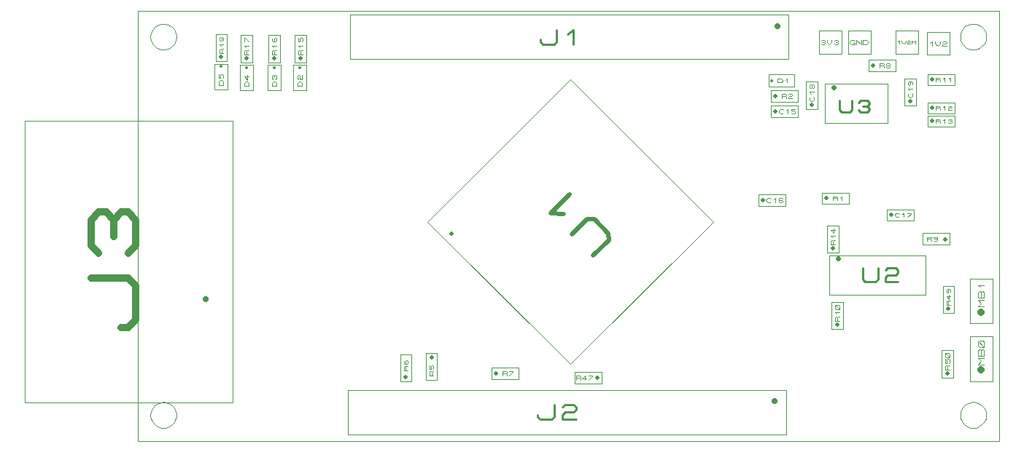
<source format=gbr>
G04 PROTEUS GERBER X2 FILE*
%TF.GenerationSoftware,Labcenter,Proteus,8.16-SP3-Build36097*%
%TF.CreationDate,2025-11-07T09:35:32+00:00*%
%TF.FileFunction,AssemblyDrawing,Top*%
%TF.FilePolarity,Positive*%
%TF.Part,Single*%
%TF.SameCoordinates,{b300ba1a-dc7e-4a19-be50-5429eaf46598}*%
%FSLAX45Y45*%
%MOMM*%
G01*
%TA.AperFunction,Profile*%
%ADD25C,0.101600*%
%TA.AperFunction,Material*%
%ADD72C,0.100000*%
%ADD55C,0.660000*%
%ADD56C,0.853300*%
%ADD73C,0.101600*%
%ADD57C,0.508000*%
%ADD58C,0.076200*%
%ADD59C,0.711200*%
%ADD60C,0.284480*%
%ADD61C,0.355600*%
%ADD62C,0.079580*%
%ADD63C,0.050000*%
%ADD64C,0.503460*%
%ADD65C,0.518390*%
%ADD66C,0.571500*%
%ADD67C,0.258870*%
%ADD68C,0.812800*%
%ADD69C,0.111760*%
%ADD74C,0.084660*%
%ADD75C,0.063500*%
%ADD76C,0.221060*%
%TD.AperFunction*%
D25*
X-18000Y-3000D02*
X+9982000Y-3000D01*
X+9982000Y+4997000D01*
X-18000Y+4997000D01*
X-18000Y-3000D01*
X+9832000Y+4697000D02*
X+9831498Y+4709258D01*
X+9827422Y+4733775D01*
X+9818906Y+4758292D01*
X+9805032Y+4782809D01*
X+9783806Y+4807161D01*
X+9759289Y+4825555D01*
X+9734772Y+4837411D01*
X+9710255Y+4844315D01*
X+9685738Y+4846953D01*
X+9682000Y+4847000D01*
X+9532000Y+4697000D02*
X+9532502Y+4709258D01*
X+9536578Y+4733775D01*
X+9545094Y+4758292D01*
X+9558968Y+4782809D01*
X+9580194Y+4807161D01*
X+9604711Y+4825555D01*
X+9629228Y+4837411D01*
X+9653745Y+4844315D01*
X+9678262Y+4846953D01*
X+9682000Y+4847000D01*
X+9532000Y+4697000D02*
X+9532502Y+4684742D01*
X+9536578Y+4660225D01*
X+9545094Y+4635708D01*
X+9558968Y+4611191D01*
X+9580194Y+4586839D01*
X+9604711Y+4568445D01*
X+9629228Y+4556589D01*
X+9653745Y+4549685D01*
X+9678262Y+4547047D01*
X+9682000Y+4547000D01*
X+9832000Y+4697000D02*
X+9831498Y+4684742D01*
X+9827422Y+4660225D01*
X+9818906Y+4635708D01*
X+9805032Y+4611191D01*
X+9783806Y+4586839D01*
X+9759289Y+4568445D01*
X+9734772Y+4556589D01*
X+9710255Y+4549685D01*
X+9685738Y+4547047D01*
X+9682000Y+4547000D01*
X+9832000Y+297000D02*
X+9831498Y+309258D01*
X+9827422Y+333775D01*
X+9818906Y+358292D01*
X+9805032Y+382809D01*
X+9783806Y+407161D01*
X+9759289Y+425555D01*
X+9734772Y+437411D01*
X+9710255Y+444315D01*
X+9685738Y+446953D01*
X+9682000Y+447000D01*
X+9532000Y+297000D02*
X+9532502Y+309258D01*
X+9536578Y+333775D01*
X+9545094Y+358292D01*
X+9558968Y+382809D01*
X+9580194Y+407161D01*
X+9604711Y+425555D01*
X+9629228Y+437411D01*
X+9653745Y+444315D01*
X+9678262Y+446953D01*
X+9682000Y+447000D01*
X+9532000Y+297000D02*
X+9532502Y+284742D01*
X+9536578Y+260225D01*
X+9545094Y+235708D01*
X+9558968Y+211191D01*
X+9580194Y+186839D01*
X+9604711Y+168445D01*
X+9629228Y+156589D01*
X+9653745Y+149685D01*
X+9678262Y+147047D01*
X+9682000Y+147000D01*
X+9832000Y+297000D02*
X+9831498Y+284742D01*
X+9827422Y+260225D01*
X+9818906Y+235708D01*
X+9805032Y+211191D01*
X+9783806Y+186839D01*
X+9759289Y+168445D01*
X+9734772Y+156589D01*
X+9710255Y+149685D01*
X+9685738Y+147047D01*
X+9682000Y+147000D01*
X+432000Y+297000D02*
X+431498Y+309258D01*
X+427422Y+333775D01*
X+418906Y+358292D01*
X+405032Y+382809D01*
X+383806Y+407161D01*
X+359289Y+425555D01*
X+334772Y+437411D01*
X+310255Y+444315D01*
X+285738Y+446953D01*
X+282000Y+447000D01*
X+132000Y+297000D02*
X+132502Y+309258D01*
X+136578Y+333775D01*
X+145094Y+358292D01*
X+158968Y+382809D01*
X+180194Y+407161D01*
X+204711Y+425555D01*
X+229228Y+437411D01*
X+253745Y+444315D01*
X+278262Y+446953D01*
X+282000Y+447000D01*
X+132000Y+297000D02*
X+132502Y+284742D01*
X+136578Y+260225D01*
X+145094Y+235708D01*
X+158968Y+211191D01*
X+180194Y+186839D01*
X+204711Y+168445D01*
X+229228Y+156589D01*
X+253745Y+149685D01*
X+278262Y+147047D01*
X+282000Y+147000D01*
X+432000Y+297000D02*
X+431498Y+284742D01*
X+427422Y+260225D01*
X+418906Y+235708D01*
X+405032Y+211191D01*
X+383806Y+186839D01*
X+359289Y+168445D01*
X+334772Y+156589D01*
X+310255Y+149685D01*
X+285738Y+147047D01*
X+282000Y+147000D01*
X+432000Y+4697000D02*
X+431498Y+4709258D01*
X+427422Y+4733775D01*
X+418906Y+4758292D01*
X+405032Y+4782809D01*
X+383806Y+4807161D01*
X+359289Y+4825555D01*
X+334772Y+4837411D01*
X+310255Y+4844315D01*
X+285738Y+4846953D01*
X+282000Y+4847000D01*
X+132000Y+4697000D02*
X+132502Y+4709258D01*
X+136578Y+4733775D01*
X+145094Y+4758292D01*
X+158968Y+4782809D01*
X+180194Y+4807161D01*
X+204711Y+4825555D01*
X+229228Y+4837411D01*
X+253745Y+4844315D01*
X+278262Y+4846953D01*
X+282000Y+4847000D01*
X+132000Y+4697000D02*
X+132502Y+4684742D01*
X+136578Y+4660225D01*
X+145094Y+4635708D01*
X+158968Y+4611191D01*
X+180194Y+4586839D01*
X+204711Y+4568445D01*
X+229228Y+4556589D01*
X+253745Y+4549685D01*
X+278262Y+4547047D01*
X+282000Y+4547000D01*
X+432000Y+4697000D02*
X+431498Y+4684742D01*
X+427422Y+4660225D01*
X+418906Y+4635708D01*
X+405032Y+4611191D01*
X+383806Y+4586839D01*
X+359289Y+4568445D01*
X+334772Y+4556589D01*
X+310255Y+4549685D01*
X+285738Y+4547047D01*
X+282000Y+4547000D01*
D72*
X-1327600Y+440000D02*
X+1082400Y+440000D01*
X+1082400Y+3722000D01*
X-1327600Y+3722000D01*
X-1327600Y+440000D01*
D55*
X+769400Y+1648000D02*
X+769400Y+1648000D01*
D56*
X-212770Y+1313030D02*
X-127440Y+1313030D01*
X-42110Y+1409026D01*
X-42110Y+1793011D01*
X-127440Y+1889007D01*
X-554090Y+1889007D01*
X-468760Y+2176996D02*
X-554090Y+2272992D01*
X-554090Y+2560981D01*
X-468760Y+2656977D01*
X-383430Y+2656977D01*
X-298100Y+2560981D01*
X-212770Y+2656977D01*
X-127440Y+2656977D01*
X-42110Y+2560981D01*
X-42110Y+2272992D01*
X-127440Y+2176996D01*
X-298100Y+2368988D02*
X-298100Y+2560981D01*
D73*
X+889400Y+4411900D02*
X+1021480Y+4411900D01*
X+1021480Y+4726860D01*
X+889400Y+4726860D01*
X+889400Y+4411900D01*
D57*
X+952900Y+4462700D02*
X+952900Y+4462700D01*
D58*
X+978300Y+4504610D02*
X+932580Y+4504610D01*
X+932580Y+4547472D01*
X+940200Y+4556045D01*
X+947820Y+4556045D01*
X+955440Y+4547472D01*
X+955440Y+4504610D01*
X+955440Y+4547472D02*
X+963060Y+4556045D01*
X+978300Y+4556045D01*
X+947820Y+4590335D02*
X+932580Y+4607480D01*
X+978300Y+4607480D01*
X+955440Y+4658915D02*
X+947820Y+4650342D01*
X+940200Y+4650342D01*
X+932580Y+4658915D01*
X+932580Y+4684632D01*
X+940200Y+4693205D01*
X+947820Y+4693205D01*
X+955440Y+4684632D01*
X+955440Y+4658915D01*
X+963060Y+4650342D01*
X+970680Y+4650342D01*
X+978300Y+4658915D01*
X+978300Y+4684632D01*
X+970680Y+4693205D01*
X+963060Y+4693205D01*
X+955440Y+4684632D01*
D73*
X+2449920Y+4436920D02*
X+7540080Y+4436920D01*
X+7540080Y+4955080D01*
X+2449920Y+4955080D01*
X+2449920Y+4436920D01*
D59*
X+7408000Y+4823000D02*
X+7408000Y+4823000D01*
D60*
X+4655148Y+4667552D02*
X+4655148Y+4639104D01*
X+4687152Y+4610656D01*
X+4815168Y+4610656D01*
X+4847172Y+4639104D01*
X+4847172Y+4781344D01*
X+4975188Y+4724448D02*
X+5039196Y+4781344D01*
X+5039196Y+4610656D01*
D73*
X+1806500Y+4399200D02*
X+1938580Y+4399200D01*
X+1938580Y+4714160D01*
X+1806500Y+4714160D01*
X+1806500Y+4399200D01*
D57*
X+1870000Y+4450000D02*
X+1870000Y+4450000D01*
D58*
X+1895400Y+4491910D02*
X+1849680Y+4491910D01*
X+1849680Y+4534772D01*
X+1857300Y+4543345D01*
X+1864920Y+4543345D01*
X+1872540Y+4534772D01*
X+1872540Y+4491910D01*
X+1872540Y+4534772D02*
X+1880160Y+4543345D01*
X+1895400Y+4543345D01*
X+1864920Y+4577635D02*
X+1849680Y+4594780D01*
X+1895400Y+4594780D01*
X+1849680Y+4680505D02*
X+1849680Y+4637642D01*
X+1864920Y+4637642D01*
X+1864920Y+4671932D01*
X+1872540Y+4680505D01*
X+1887780Y+4680505D01*
X+1895400Y+4671932D01*
X+1895400Y+4646215D01*
X+1887780Y+4637642D01*
D73*
X+1501700Y+4399200D02*
X+1633780Y+4399200D01*
X+1633780Y+4714160D01*
X+1501700Y+4714160D01*
X+1501700Y+4399200D01*
D57*
X+1565200Y+4450000D02*
X+1565200Y+4450000D01*
D58*
X+1590600Y+4491910D02*
X+1544880Y+4491910D01*
X+1544880Y+4534772D01*
X+1552500Y+4543345D01*
X+1560120Y+4543345D01*
X+1567740Y+4534772D01*
X+1567740Y+4491910D01*
X+1567740Y+4534772D02*
X+1575360Y+4543345D01*
X+1590600Y+4543345D01*
X+1560120Y+4577635D02*
X+1544880Y+4594780D01*
X+1590600Y+4594780D01*
X+1552500Y+4680505D02*
X+1544880Y+4671932D01*
X+1544880Y+4646215D01*
X+1552500Y+4637642D01*
X+1582980Y+4637642D01*
X+1590600Y+4646215D01*
X+1590600Y+4671932D01*
X+1582980Y+4680505D01*
X+1575360Y+4680505D01*
X+1567740Y+4671932D01*
X+1567740Y+4637642D01*
D73*
X+1181500Y+4399200D02*
X+1313580Y+4399200D01*
X+1313580Y+4714160D01*
X+1181500Y+4714160D01*
X+1181500Y+4399200D01*
D57*
X+1245000Y+4450000D02*
X+1245000Y+4450000D01*
D58*
X+1270400Y+4491910D02*
X+1224680Y+4491910D01*
X+1224680Y+4534772D01*
X+1232300Y+4543345D01*
X+1239920Y+4543345D01*
X+1247540Y+4534772D01*
X+1247540Y+4491910D01*
X+1247540Y+4534772D02*
X+1255160Y+4543345D01*
X+1270400Y+4543345D01*
X+1239920Y+4577635D02*
X+1224680Y+4594780D01*
X+1270400Y+4594780D01*
X+1224680Y+4637642D02*
X+1224680Y+4680505D01*
X+1232300Y+4680505D01*
X+1270400Y+4637642D01*
D73*
X+874920Y+4083300D02*
X+1025080Y+4083300D01*
X+1025080Y+4381750D01*
X+874920Y+4381750D01*
X+874920Y+4083300D01*
D61*
X+950000Y+4350000D02*
X+950000Y+4350000D01*
D62*
X+973876Y+4136133D02*
X+926125Y+4136133D01*
X+926125Y+4171946D01*
X+942042Y+4189853D01*
X+957959Y+4189853D01*
X+973876Y+4171946D01*
X+973876Y+4136133D01*
X+926125Y+4261480D02*
X+926125Y+4216713D01*
X+942042Y+4216713D01*
X+942042Y+4252526D01*
X+950000Y+4261480D01*
X+965918Y+4261480D01*
X+973876Y+4252526D01*
X+973876Y+4225666D01*
X+965918Y+4216713D01*
D73*
X+1172920Y+4072250D02*
X+1323080Y+4072250D01*
X+1323080Y+4370700D01*
X+1172920Y+4370700D01*
X+1172920Y+4072250D01*
D61*
X+1248000Y+4338950D02*
X+1248000Y+4338950D01*
D62*
X+1271876Y+4125083D02*
X+1224125Y+4125083D01*
X+1224125Y+4160896D01*
X+1240042Y+4178803D01*
X+1255959Y+4178803D01*
X+1271876Y+4160896D01*
X+1271876Y+4125083D01*
X+1255959Y+4250430D02*
X+1255959Y+4196710D01*
X+1224125Y+4232523D01*
X+1271876Y+4232523D01*
D73*
X+1492720Y+4072250D02*
X+1642880Y+4072250D01*
X+1642880Y+4370700D01*
X+1492720Y+4370700D01*
X+1492720Y+4072250D01*
D61*
X+1567800Y+4338950D02*
X+1567800Y+4338950D01*
D62*
X+1591676Y+4125083D02*
X+1543925Y+4125083D01*
X+1543925Y+4160896D01*
X+1559842Y+4178803D01*
X+1575759Y+4178803D01*
X+1591676Y+4160896D01*
X+1591676Y+4125083D01*
X+1551883Y+4205663D02*
X+1543925Y+4214616D01*
X+1543925Y+4241476D01*
X+1551883Y+4250430D01*
X+1559842Y+4250430D01*
X+1567800Y+4241476D01*
X+1575759Y+4250430D01*
X+1583718Y+4250430D01*
X+1591676Y+4241476D01*
X+1591676Y+4214616D01*
X+1583718Y+4205663D01*
X+1567800Y+4223570D02*
X+1567800Y+4241476D01*
D73*
X+1787920Y+4072250D02*
X+1938080Y+4072250D01*
X+1938080Y+4370700D01*
X+1787920Y+4370700D01*
X+1787920Y+4072250D01*
D61*
X+1863000Y+4338950D02*
X+1863000Y+4338950D01*
D62*
X+1886876Y+4125083D02*
X+1839125Y+4125083D01*
X+1839125Y+4160896D01*
X+1855042Y+4178803D01*
X+1870959Y+4178803D01*
X+1886876Y+4160896D01*
X+1886876Y+4125083D01*
X+1847083Y+4205663D02*
X+1839125Y+4214616D01*
X+1839125Y+4241476D01*
X+1847083Y+4250430D01*
X+1855042Y+4250430D01*
X+1863000Y+4241476D01*
X+1863000Y+4214616D01*
X+1870959Y+4205663D01*
X+1886876Y+4205663D01*
X+1886876Y+4250430D01*
D63*
X+5003580Y+887162D02*
X+6661038Y+2544620D01*
X+5003580Y+4202079D01*
X+3346122Y+2544620D01*
X+5003580Y+887162D01*
D64*
X+3625429Y+2403906D02*
X+3625429Y+2403906D01*
D65*
X+5267945Y+2149182D02*
X+5451224Y+2332461D01*
X+5446643Y+2410354D01*
X+5281691Y+2575305D01*
X+5203798Y+2579887D01*
X+5020519Y+2396608D01*
X+4928881Y+2634870D02*
X+4773094Y+2644034D01*
X+4993028Y+2863968D01*
D73*
X+3030000Y+685340D02*
X+3162080Y+685340D01*
X+3162080Y+1000300D01*
X+3030000Y+1000300D01*
X+3030000Y+685340D01*
D57*
X+3093500Y+736140D02*
X+3093500Y+736140D01*
D58*
X+3118900Y+812340D02*
X+3073180Y+812340D01*
X+3073180Y+855202D01*
X+3080800Y+863775D01*
X+3088420Y+863775D01*
X+3096040Y+855202D01*
X+3096040Y+812340D01*
X+3096040Y+855202D02*
X+3103660Y+863775D01*
X+3118900Y+863775D01*
X+3080800Y+932355D02*
X+3073180Y+923782D01*
X+3073180Y+898065D01*
X+3080800Y+889492D01*
X+3111280Y+889492D01*
X+3118900Y+898065D01*
X+3118900Y+923782D01*
X+3111280Y+932355D01*
X+3103660Y+932355D01*
X+3096040Y+923782D01*
X+3096040Y+889492D01*
D73*
X+3327720Y+702325D02*
X+3459800Y+702325D01*
X+3459800Y+1017285D01*
X+3327720Y+1017285D01*
X+3327720Y+702325D01*
D57*
X+3396300Y+966485D02*
X+3396300Y+966485D01*
D58*
X+3416620Y+753125D02*
X+3370900Y+753125D01*
X+3370900Y+795987D01*
X+3378520Y+804560D01*
X+3386140Y+804560D01*
X+3393760Y+795987D01*
X+3393760Y+753125D01*
X+3393760Y+795987D02*
X+3401380Y+804560D01*
X+3416620Y+804560D01*
X+3370900Y+873140D02*
X+3370900Y+830277D01*
X+3386140Y+830277D01*
X+3386140Y+864567D01*
X+3393760Y+873140D01*
X+3409000Y+873140D01*
X+3416620Y+864567D01*
X+3416620Y+838850D01*
X+3409000Y+830277D01*
D73*
X+4087300Y+715820D02*
X+4402260Y+715820D01*
X+4402260Y+847900D01*
X+4087300Y+847900D01*
X+4087300Y+715820D01*
D57*
X+4138100Y+784400D02*
X+4138100Y+784400D01*
D58*
X+4214300Y+759000D02*
X+4214300Y+804720D01*
X+4257162Y+804720D01*
X+4265735Y+797100D01*
X+4265735Y+789480D01*
X+4257162Y+781860D01*
X+4214300Y+781860D01*
X+4257162Y+781860D02*
X+4265735Y+774240D01*
X+4265735Y+759000D01*
X+4291452Y+804720D02*
X+4334315Y+804720D01*
X+4334315Y+797100D01*
X+4291452Y+759000D01*
D73*
X+5055740Y+662900D02*
X+5370700Y+662900D01*
X+5370700Y+794980D01*
X+5055740Y+794980D01*
X+5055740Y+662900D01*
D57*
X+5319900Y+726400D02*
X+5319900Y+726400D01*
D58*
X+5072250Y+706080D02*
X+5072250Y+751800D01*
X+5115112Y+751800D01*
X+5123685Y+744180D01*
X+5123685Y+736560D01*
X+5115112Y+728940D01*
X+5072250Y+728940D01*
X+5115112Y+728940D02*
X+5123685Y+721320D01*
X+5123685Y+706080D01*
X+5192265Y+721320D02*
X+5140830Y+721320D01*
X+5175120Y+751800D01*
X+5175120Y+706080D01*
X+5217982Y+751800D02*
X+5260845Y+751800D01*
X+5260845Y+744180D01*
X+5217982Y+706080D01*
D73*
X+8008400Y+1698800D02*
X+9126000Y+1698800D01*
X+9126000Y+2156000D01*
X+8008400Y+2156000D01*
X+8008400Y+1698800D01*
D66*
X+8110000Y+2117900D02*
X+8110000Y+2117900D01*
D67*
X+8399299Y+2005062D02*
X+8399299Y+1875624D01*
X+8428422Y+1849737D01*
X+8544916Y+1849737D01*
X+8574040Y+1875624D01*
X+8574040Y+2005062D01*
X+8661410Y+1979175D02*
X+8690534Y+2005062D01*
X+8777904Y+2005062D01*
X+8807028Y+1979175D01*
X+8807028Y+1953287D01*
X+8777904Y+1927400D01*
X+8690534Y+1927400D01*
X+8661410Y+1901512D01*
X+8661410Y+1849737D01*
X+8807028Y+1849737D01*
D73*
X+7185840Y+2731420D02*
X+7500800Y+2731420D01*
X+7500800Y+2863500D01*
X+7185840Y+2863500D01*
X+7185840Y+2731420D01*
D57*
X+7236640Y+2800000D02*
X+7236640Y+2800000D01*
D58*
X+7329985Y+2782220D02*
X+7321412Y+2774600D01*
X+7295695Y+2774600D01*
X+7278550Y+2789840D01*
X+7278550Y+2805080D01*
X+7295695Y+2820320D01*
X+7321412Y+2820320D01*
X+7329985Y+2812700D01*
X+7364275Y+2805080D02*
X+7381420Y+2820320D01*
X+7381420Y+2774600D01*
X+7467145Y+2812700D02*
X+7458572Y+2820320D01*
X+7432855Y+2820320D01*
X+7424282Y+2812700D01*
X+7424282Y+2782220D01*
X+7432855Y+2774600D01*
X+7458572Y+2774600D01*
X+7467145Y+2782220D01*
X+7467145Y+2789840D01*
X+7458572Y+2797460D01*
X+7424282Y+2797460D01*
D73*
X+8036500Y+1299200D02*
X+8168580Y+1299200D01*
X+8168580Y+1614160D01*
X+8036500Y+1614160D01*
X+8036500Y+1299200D01*
D57*
X+8100000Y+1350000D02*
X+8100000Y+1350000D01*
D58*
X+8125400Y+1391910D02*
X+8079680Y+1391910D01*
X+8079680Y+1434772D01*
X+8087300Y+1443345D01*
X+8094920Y+1443345D01*
X+8102540Y+1434772D01*
X+8102540Y+1391910D01*
X+8102540Y+1434772D02*
X+8110160Y+1443345D01*
X+8125400Y+1443345D01*
X+8094920Y+1477635D02*
X+8079680Y+1494780D01*
X+8125400Y+1494780D01*
X+8117780Y+1529070D02*
X+8087300Y+1529070D01*
X+8079680Y+1537642D01*
X+8079680Y+1571932D01*
X+8087300Y+1580505D01*
X+8117780Y+1580505D01*
X+8125400Y+1571932D01*
X+8125400Y+1537642D01*
X+8117780Y+1529070D01*
X+8125400Y+1529070D02*
X+8079680Y+1580505D01*
D73*
X+7986500Y+2185840D02*
X+8118580Y+2185840D01*
X+8118580Y+2500800D01*
X+7986500Y+2500800D01*
X+7986500Y+2185840D01*
D57*
X+8050000Y+2236640D02*
X+8050000Y+2236640D01*
D58*
X+8075400Y+2278550D02*
X+8029680Y+2278550D01*
X+8029680Y+2321412D01*
X+8037300Y+2329985D01*
X+8044920Y+2329985D01*
X+8052540Y+2321412D01*
X+8052540Y+2278550D01*
X+8052540Y+2321412D02*
X+8060160Y+2329985D01*
X+8075400Y+2329985D01*
X+8044920Y+2364275D02*
X+8029680Y+2381420D01*
X+8075400Y+2381420D01*
X+8060160Y+2467145D02*
X+8060160Y+2415710D01*
X+8029680Y+2450000D01*
X+8075400Y+2450000D01*
D73*
X+9641620Y+690420D02*
X+9905780Y+690420D01*
X+9905780Y+1208580D01*
X+9641620Y+1208580D01*
X+9641620Y+690420D01*
D68*
X+9773700Y+822500D02*
X+9773700Y+822500D01*
D69*
X+9807228Y+884984D02*
X+9740172Y+884984D01*
X+9773700Y+922703D01*
X+9740172Y+960422D01*
X+9807228Y+960422D01*
X+9807228Y+985568D02*
X+9740172Y+985568D01*
X+9740172Y+1048433D01*
X+9751348Y+1061006D01*
X+9762524Y+1061006D01*
X+9773700Y+1048433D01*
X+9784876Y+1061006D01*
X+9796052Y+1061006D01*
X+9807228Y+1048433D01*
X+9807228Y+985568D01*
X+9773700Y+985568D02*
X+9773700Y+1048433D01*
X+9796052Y+1086152D02*
X+9751348Y+1086152D01*
X+9740172Y+1098725D01*
X+9740172Y+1149017D01*
X+9751348Y+1161590D01*
X+9796052Y+1161590D01*
X+9807228Y+1149017D01*
X+9807228Y+1098725D01*
X+9796052Y+1086152D01*
X+9807228Y+1086152D02*
X+9740172Y+1161590D01*
D73*
X+9641620Y+1363520D02*
X+9905780Y+1363520D01*
X+9905780Y+1881680D01*
X+9641620Y+1881680D01*
X+9641620Y+1363520D01*
D68*
X+9773700Y+1495600D02*
X+9773700Y+1495600D01*
D69*
X+9807228Y+1558084D02*
X+9740172Y+1558084D01*
X+9773700Y+1595803D01*
X+9740172Y+1633522D01*
X+9807228Y+1633522D01*
X+9807228Y+1658668D02*
X+9740172Y+1658668D01*
X+9740172Y+1721533D01*
X+9751348Y+1734106D01*
X+9762524Y+1734106D01*
X+9773700Y+1721533D01*
X+9784876Y+1734106D01*
X+9796052Y+1734106D01*
X+9807228Y+1721533D01*
X+9807228Y+1658668D01*
X+9773700Y+1658668D02*
X+9773700Y+1721533D01*
X+9762524Y+1784398D02*
X+9740172Y+1809544D01*
X+9807228Y+1809544D01*
D73*
X+9316500Y+733600D02*
X+9448580Y+733600D01*
X+9448580Y+1048560D01*
X+9316500Y+1048560D01*
X+9316500Y+733600D01*
D57*
X+9380000Y+784400D02*
X+9380000Y+784400D01*
D58*
X+9405400Y+826310D02*
X+9359680Y+826310D01*
X+9359680Y+869172D01*
X+9367300Y+877745D01*
X+9374920Y+877745D01*
X+9382540Y+869172D01*
X+9382540Y+826310D01*
X+9382540Y+869172D02*
X+9390160Y+877745D01*
X+9405400Y+877745D01*
X+9359680Y+946325D02*
X+9359680Y+903462D01*
X+9374920Y+903462D01*
X+9374920Y+937752D01*
X+9382540Y+946325D01*
X+9397780Y+946325D01*
X+9405400Y+937752D01*
X+9405400Y+912035D01*
X+9397780Y+903462D01*
X+9397780Y+963470D02*
X+9367300Y+963470D01*
X+9359680Y+972042D01*
X+9359680Y+1006332D01*
X+9367300Y+1014905D01*
X+9397780Y+1014905D01*
X+9405400Y+1006332D01*
X+9405400Y+972042D01*
X+9397780Y+963470D01*
X+9405400Y+963470D02*
X+9359680Y+1014905D01*
D73*
X+9329200Y+1482900D02*
X+9461280Y+1482900D01*
X+9461280Y+1797860D01*
X+9329200Y+1797860D01*
X+9329200Y+1482900D01*
D57*
X+9392700Y+1533700D02*
X+9392700Y+1533700D01*
D58*
X+9418100Y+1575610D02*
X+9372380Y+1575610D01*
X+9372380Y+1618472D01*
X+9380000Y+1627045D01*
X+9387620Y+1627045D01*
X+9395240Y+1618472D01*
X+9395240Y+1575610D01*
X+9395240Y+1618472D02*
X+9402860Y+1627045D01*
X+9418100Y+1627045D01*
X+9402860Y+1695625D02*
X+9402860Y+1644190D01*
X+9372380Y+1678480D01*
X+9418100Y+1678480D01*
X+9387620Y+1764205D02*
X+9395240Y+1755632D01*
X+9395240Y+1729915D01*
X+9387620Y+1721342D01*
X+9380000Y+1721342D01*
X+9372380Y+1729915D01*
X+9372380Y+1755632D01*
X+9380000Y+1764205D01*
X+9410480Y+1764205D01*
X+9418100Y+1755632D01*
X+9418100Y+1729915D01*
D73*
X+7889020Y+4500420D02*
X+8153180Y+4500420D01*
X+8153180Y+4764580D01*
X+7889020Y+4764580D01*
X+7889020Y+4500420D01*
D74*
X+7916326Y+4649433D02*
X+7925851Y+4657899D01*
X+7954426Y+4657899D01*
X+7963951Y+4649433D01*
X+7963951Y+4640966D01*
X+7954426Y+4632500D01*
X+7963951Y+4624033D01*
X+7963951Y+4615566D01*
X+7954426Y+4607100D01*
X+7925851Y+4607100D01*
X+7916326Y+4615566D01*
X+7935376Y+4632500D02*
X+7954426Y+4632500D01*
X+7983001Y+4657899D02*
X+7983001Y+4632500D01*
X+8011575Y+4607100D01*
X+8040150Y+4632500D01*
X+8040150Y+4657899D01*
X+8068724Y+4649433D02*
X+8078249Y+4657899D01*
X+8106824Y+4657899D01*
X+8116349Y+4649433D01*
X+8116349Y+4640966D01*
X+8106824Y+4632500D01*
X+8116349Y+4624033D01*
X+8116349Y+4615566D01*
X+8106824Y+4607100D01*
X+8078249Y+4607100D01*
X+8068724Y+4615566D01*
X+8087774Y+4632500D02*
X+8106824Y+4632500D01*
D73*
X+8231920Y+4500420D02*
X+8496080Y+4500420D01*
X+8496080Y+4764580D01*
X+8231920Y+4764580D01*
X+8231920Y+4500420D01*
D74*
X+8287801Y+4624033D02*
X+8306851Y+4624033D01*
X+8306851Y+4607100D01*
X+8268751Y+4607100D01*
X+8249702Y+4624033D01*
X+8249702Y+4640966D01*
X+8268751Y+4657899D01*
X+8297326Y+4657899D01*
X+8306851Y+4649433D01*
X+8325901Y+4607100D02*
X+8325901Y+4657899D01*
X+8383050Y+4607100D01*
X+8383050Y+4657899D01*
X+8402100Y+4607100D02*
X+8402100Y+4657899D01*
X+8440199Y+4657899D01*
X+8459249Y+4640966D01*
X+8459249Y+4624033D01*
X+8440199Y+4607100D01*
X+8402100Y+4607100D01*
D73*
X+8778020Y+4500420D02*
X+9042180Y+4500420D01*
X+9042180Y+4764580D01*
X+8778020Y+4764580D01*
X+8778020Y+4500420D01*
D75*
X+8810087Y+4638850D02*
X+8824375Y+4651550D01*
X+8824375Y+4613450D01*
X+8852950Y+4651550D02*
X+8852950Y+4632500D01*
X+8874381Y+4613450D01*
X+8895812Y+4632500D01*
X+8895812Y+4651550D01*
X+8917243Y+4645200D02*
X+8924387Y+4651550D01*
X+8945818Y+4651550D01*
X+8952962Y+4645200D01*
X+8952962Y+4638850D01*
X+8945818Y+4632500D01*
X+8924387Y+4632500D01*
X+8917243Y+4626150D01*
X+8917243Y+4613450D01*
X+8952962Y+4613450D01*
X+8967250Y+4613450D02*
X+8967250Y+4651550D01*
X+8988681Y+4632500D01*
X+9010112Y+4651550D01*
X+9010112Y+4613450D01*
D73*
X+9146320Y+4487720D02*
X+9410480Y+4487720D01*
X+9410480Y+4751880D01*
X+9146320Y+4751880D01*
X+9146320Y+4487720D01*
D74*
X+9183151Y+4628266D02*
X+9202201Y+4645199D01*
X+9202201Y+4594400D01*
X+9240301Y+4645199D02*
X+9240301Y+4619800D01*
X+9268875Y+4594400D01*
X+9297450Y+4619800D01*
X+9297450Y+4645199D01*
X+9326024Y+4636733D02*
X+9335549Y+4645199D01*
X+9364124Y+4645199D01*
X+9373649Y+4636733D01*
X+9373649Y+4628266D01*
X+9364124Y+4619800D01*
X+9335549Y+4619800D01*
X+9326024Y+4611333D01*
X+9326024Y+4594400D01*
X+9373649Y+4594400D01*
D73*
X+8465600Y+4297220D02*
X+8780560Y+4297220D01*
X+8780560Y+4429300D01*
X+8465600Y+4429300D01*
X+8465600Y+4297220D01*
D57*
X+8516400Y+4365800D02*
X+8516400Y+4365800D01*
D58*
X+8592600Y+4340400D02*
X+8592600Y+4386120D01*
X+8635462Y+4386120D01*
X+8644035Y+4378500D01*
X+8644035Y+4370880D01*
X+8635462Y+4363260D01*
X+8592600Y+4363260D01*
X+8635462Y+4363260D02*
X+8644035Y+4355640D01*
X+8644035Y+4340400D01*
X+8678325Y+4363260D02*
X+8669752Y+4370880D01*
X+8669752Y+4378500D01*
X+8678325Y+4386120D01*
X+8704042Y+4386120D01*
X+8712615Y+4378500D01*
X+8712615Y+4370880D01*
X+8704042Y+4363260D01*
X+8678325Y+4363260D01*
X+8669752Y+4355640D01*
X+8669752Y+4348020D01*
X+8678325Y+4340400D01*
X+8704042Y+4340400D01*
X+8712615Y+4348020D01*
X+8712615Y+4355640D01*
X+8704042Y+4363260D01*
D73*
X+9151400Y+4132120D02*
X+9466360Y+4132120D01*
X+9466360Y+4264200D01*
X+9151400Y+4264200D01*
X+9151400Y+4132120D01*
D57*
X+9202200Y+4200700D02*
X+9202200Y+4200700D01*
D58*
X+9244110Y+4175300D02*
X+9244110Y+4221020D01*
X+9286972Y+4221020D01*
X+9295545Y+4213400D01*
X+9295545Y+4205780D01*
X+9286972Y+4198160D01*
X+9244110Y+4198160D01*
X+9286972Y+4198160D02*
X+9295545Y+4190540D01*
X+9295545Y+4175300D01*
X+9329835Y+4205780D02*
X+9346980Y+4221020D01*
X+9346980Y+4175300D01*
X+9398415Y+4205780D02*
X+9415560Y+4221020D01*
X+9415560Y+4175300D01*
D73*
X+9151400Y+3801920D02*
X+9466360Y+3801920D01*
X+9466360Y+3934000D01*
X+9151400Y+3934000D01*
X+9151400Y+3801920D01*
D57*
X+9202200Y+3870500D02*
X+9202200Y+3870500D01*
D58*
X+9244110Y+3845100D02*
X+9244110Y+3890820D01*
X+9286972Y+3890820D01*
X+9295545Y+3883200D01*
X+9295545Y+3875580D01*
X+9286972Y+3867960D01*
X+9244110Y+3867960D01*
X+9286972Y+3867960D02*
X+9295545Y+3860340D01*
X+9295545Y+3845100D01*
X+9329835Y+3875580D02*
X+9346980Y+3890820D01*
X+9346980Y+3845100D01*
X+9389842Y+3883200D02*
X+9398415Y+3890820D01*
X+9424132Y+3890820D01*
X+9432705Y+3883200D01*
X+9432705Y+3875580D01*
X+9424132Y+3867960D01*
X+9398415Y+3867960D01*
X+9389842Y+3860340D01*
X+9389842Y+3845100D01*
X+9432705Y+3845100D01*
D73*
X+9151400Y+3649520D02*
X+9466360Y+3649520D01*
X+9466360Y+3781600D01*
X+9151400Y+3781600D01*
X+9151400Y+3649520D01*
D57*
X+9202200Y+3718100D02*
X+9202200Y+3718100D01*
D58*
X+9244110Y+3692700D02*
X+9244110Y+3738420D01*
X+9286972Y+3738420D01*
X+9295545Y+3730800D01*
X+9295545Y+3723180D01*
X+9286972Y+3715560D01*
X+9244110Y+3715560D01*
X+9286972Y+3715560D02*
X+9295545Y+3707940D01*
X+9295545Y+3692700D01*
X+9329835Y+3723180D02*
X+9346980Y+3738420D01*
X+9346980Y+3692700D01*
X+9389842Y+3730800D02*
X+9398415Y+3738420D01*
X+9424132Y+3738420D01*
X+9432705Y+3730800D01*
X+9432705Y+3723180D01*
X+9424132Y+3715560D01*
X+9432705Y+3707940D01*
X+9432705Y+3700320D01*
X+9424132Y+3692700D01*
X+9398415Y+3692700D01*
X+9389842Y+3700320D01*
X+9406987Y+3715560D02*
X+9424132Y+3715560D01*
D73*
X+8884700Y+3895900D02*
X+9016780Y+3895900D01*
X+9016780Y+4210860D01*
X+8884700Y+4210860D01*
X+8884700Y+3895900D01*
D57*
X+8948200Y+3946700D02*
X+8948200Y+3946700D01*
D58*
X+8965980Y+4040045D02*
X+8973600Y+4031472D01*
X+8973600Y+4005755D01*
X+8958360Y+3988610D01*
X+8943120Y+3988610D01*
X+8927880Y+4005755D01*
X+8927880Y+4031472D01*
X+8935500Y+4040045D01*
X+8943120Y+4074335D02*
X+8927880Y+4091480D01*
X+8973600Y+4091480D01*
X+8943120Y+4177205D02*
X+8950740Y+4168632D01*
X+8950740Y+4142915D01*
X+8943120Y+4134342D01*
X+8935500Y+4134342D01*
X+8927880Y+4142915D01*
X+8927880Y+4168632D01*
X+8935500Y+4177205D01*
X+8965980Y+4177205D01*
X+8973600Y+4168632D01*
X+8973600Y+4142915D01*
D73*
X+7963950Y+3692700D02*
X+8687850Y+3692700D01*
X+8687850Y+4149900D01*
X+7963950Y+4149900D01*
X+7963950Y+3692700D01*
D66*
X+8065550Y+4111800D02*
X+8065550Y+4111800D01*
D76*
X+8126943Y+3954282D02*
X+8126943Y+3843750D01*
X+8151812Y+3821643D01*
X+8251291Y+3821643D01*
X+8276160Y+3843750D01*
X+8276160Y+3954282D01*
X+8350769Y+3932175D02*
X+8375639Y+3954282D01*
X+8450248Y+3954282D01*
X+8475117Y+3932175D01*
X+8475117Y+3910069D01*
X+8450248Y+3887963D01*
X+8475117Y+3865856D01*
X+8475117Y+3843750D01*
X+8450248Y+3821643D01*
X+8375639Y+3821643D01*
X+8350769Y+3843750D01*
X+8400508Y+3887963D02*
X+8450248Y+3887963D01*
D73*
X+7741700Y+3857800D02*
X+7873780Y+3857800D01*
X+7873780Y+4172760D01*
X+7741700Y+4172760D01*
X+7741700Y+3857800D01*
D57*
X+7805200Y+3908600D02*
X+7805200Y+3908600D01*
D58*
X+7822980Y+4001945D02*
X+7830600Y+3993372D01*
X+7830600Y+3967655D01*
X+7815360Y+3950510D01*
X+7800120Y+3950510D01*
X+7784880Y+3967655D01*
X+7784880Y+3993372D01*
X+7792500Y+4001945D01*
X+7800120Y+4036235D02*
X+7784880Y+4053380D01*
X+7830600Y+4053380D01*
X+7807740Y+4104815D02*
X+7800120Y+4096242D01*
X+7792500Y+4096242D01*
X+7784880Y+4104815D01*
X+7784880Y+4130532D01*
X+7792500Y+4139105D01*
X+7800120Y+4139105D01*
X+7807740Y+4130532D01*
X+7807740Y+4104815D01*
X+7815360Y+4096242D01*
X+7822980Y+4096242D01*
X+7830600Y+4104815D01*
X+7830600Y+4130532D01*
X+7822980Y+4139105D01*
X+7815360Y+4139105D01*
X+7807740Y+4130532D01*
D73*
X+7309900Y+4112920D02*
X+7608350Y+4112920D01*
X+7608350Y+4263080D01*
X+7309900Y+4263080D01*
X+7309900Y+4112920D01*
D61*
X+7341650Y+4188000D02*
X+7341650Y+4188000D01*
D62*
X+7412263Y+4164124D02*
X+7412263Y+4211875D01*
X+7448076Y+4211875D01*
X+7465983Y+4195958D01*
X+7465983Y+4180041D01*
X+7448076Y+4164124D01*
X+7412263Y+4164124D01*
X+7501796Y+4195958D02*
X+7519703Y+4211875D01*
X+7519703Y+4164124D01*
D73*
X+7335300Y+3941620D02*
X+7650260Y+3941620D01*
X+7650260Y+4073700D01*
X+7335300Y+4073700D01*
X+7335300Y+3941620D01*
D57*
X+7386100Y+4010200D02*
X+7386100Y+4010200D01*
D58*
X+7462300Y+3984800D02*
X+7462300Y+4030520D01*
X+7505162Y+4030520D01*
X+7513735Y+4022900D01*
X+7513735Y+4015280D01*
X+7505162Y+4007660D01*
X+7462300Y+4007660D01*
X+7505162Y+4007660D02*
X+7513735Y+4000040D01*
X+7513735Y+3984800D01*
X+7539452Y+4022900D02*
X+7548025Y+4030520D01*
X+7573742Y+4030520D01*
X+7582315Y+4022900D01*
X+7582315Y+4015280D01*
X+7573742Y+4007660D01*
X+7548025Y+4007660D01*
X+7539452Y+4000040D01*
X+7539452Y+3984800D01*
X+7582315Y+3984800D01*
D73*
X+7335300Y+3763820D02*
X+7650260Y+3763820D01*
X+7650260Y+3895900D01*
X+7335300Y+3895900D01*
X+7335300Y+3763820D01*
D57*
X+7386100Y+3832400D02*
X+7386100Y+3832400D01*
D58*
X+7479445Y+3814620D02*
X+7470872Y+3807000D01*
X+7445155Y+3807000D01*
X+7428010Y+3822240D01*
X+7428010Y+3837480D01*
X+7445155Y+3852720D01*
X+7470872Y+3852720D01*
X+7479445Y+3845100D01*
X+7513735Y+3837480D02*
X+7530880Y+3852720D01*
X+7530880Y+3807000D01*
X+7616605Y+3852720D02*
X+7573742Y+3852720D01*
X+7573742Y+3837480D01*
X+7608032Y+3837480D01*
X+7616605Y+3829860D01*
X+7616605Y+3814620D01*
X+7608032Y+3807000D01*
X+7582315Y+3807000D01*
X+7573742Y+3814620D01*
D73*
X+8681500Y+2557320D02*
X+8996460Y+2557320D01*
X+8996460Y+2689400D01*
X+8681500Y+2689400D01*
X+8681500Y+2557320D01*
D57*
X+8732300Y+2625900D02*
X+8732300Y+2625900D01*
D58*
X+8825645Y+2608120D02*
X+8817072Y+2600500D01*
X+8791355Y+2600500D01*
X+8774210Y+2615740D01*
X+8774210Y+2630980D01*
X+8791355Y+2646220D01*
X+8817072Y+2646220D01*
X+8825645Y+2638600D01*
X+8859935Y+2630980D02*
X+8877080Y+2646220D01*
X+8877080Y+2600500D01*
X+8919942Y+2646220D02*
X+8962805Y+2646220D01*
X+8962805Y+2638600D01*
X+8919942Y+2600500D01*
D73*
X+9093640Y+2279200D02*
X+9408600Y+2279200D01*
X+9408600Y+2411280D01*
X+9093640Y+2411280D01*
X+9093640Y+2279200D01*
D57*
X+9357800Y+2342700D02*
X+9357800Y+2342700D01*
D58*
X+9144440Y+2322380D02*
X+9144440Y+2368100D01*
X+9187302Y+2368100D01*
X+9195875Y+2360480D01*
X+9195875Y+2352860D01*
X+9187302Y+2345240D01*
X+9144440Y+2345240D01*
X+9187302Y+2345240D02*
X+9195875Y+2337620D01*
X+9195875Y+2322380D01*
X+9264455Y+2352860D02*
X+9255882Y+2345240D01*
X+9230165Y+2345240D01*
X+9221592Y+2352860D01*
X+9221592Y+2360480D01*
X+9230165Y+2368100D01*
X+9255882Y+2368100D01*
X+9264455Y+2360480D01*
X+9264455Y+2330000D01*
X+9255882Y+2322380D01*
X+9230165Y+2322380D01*
D73*
X+2421920Y+71491D02*
X+7512080Y+71491D01*
X+7512080Y+589651D01*
X+2421920Y+589651D01*
X+2421920Y+71491D01*
D59*
X+7380000Y+457571D02*
X+7380000Y+457571D01*
D60*
X+4627148Y+302123D02*
X+4627148Y+273675D01*
X+4659152Y+245227D01*
X+4787168Y+245227D01*
X+4819172Y+273675D01*
X+4819172Y+415915D01*
X+4915184Y+387467D02*
X+4947188Y+415915D01*
X+5043200Y+415915D01*
X+5075204Y+387467D01*
X+5075204Y+359019D01*
X+5043200Y+330571D01*
X+4947188Y+330571D01*
X+4915184Y+302123D01*
X+4915184Y+245227D01*
X+5075204Y+245227D01*
D73*
X+7925840Y+2751420D02*
X+8240800Y+2751420D01*
X+8240800Y+2883500D01*
X+7925840Y+2883500D01*
X+7925840Y+2751420D01*
D57*
X+7976640Y+2820000D02*
X+7976640Y+2820000D01*
D58*
X+8052840Y+2794600D02*
X+8052840Y+2840320D01*
X+8095702Y+2840320D01*
X+8104275Y+2832700D01*
X+8104275Y+2825080D01*
X+8095702Y+2817460D01*
X+8052840Y+2817460D01*
X+8095702Y+2817460D02*
X+8104275Y+2809840D01*
X+8104275Y+2794600D01*
X+8138565Y+2825080D02*
X+8155710Y+2840320D01*
X+8155710Y+2794600D01*
M02*

</source>
